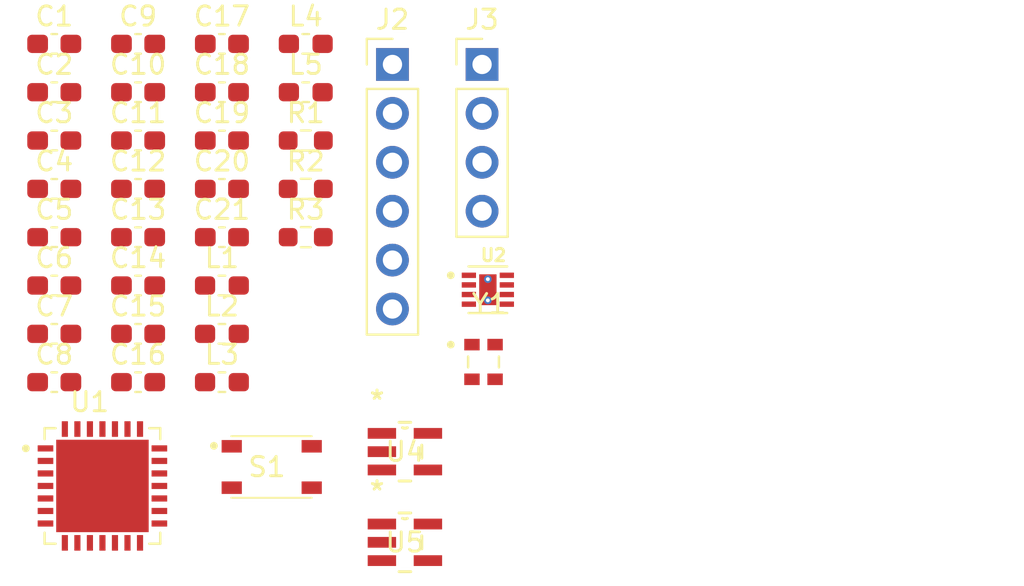
<source format=kicad_pcb>
(kicad_pcb (version 20221018) (generator pcbnew)
  (layers (0 "F.Cu" signal) (31 "B.Cu" signal) (34 "B.Paste" user) (35 "F.Paste" user) (36 "B.SilkS" user "B.Silkscreen") (37 "F.SilkS" user "F.Silkscreen") (38 "B.Mask" user) (39 "F.Mask" user) (44 "Edge.Cuts" user))
  (net 0 "")
  (net 1 "+3.3V")
  (net 2 "GND")
  (net 3 "Net-(U1-VR_PA)")
  (net 4 "Net-(U1-VR_DIG)")
  (net 5 "Net-(U1-VR_ANA)")
  (net 6 "Net-(Y1-OUTPUT)")
  (net 7 "Net-(C8-Pad1)")
  (net 8 "Net-(U2-IN)")
  (net 9 "Net-(U2-OUT)")
  (net 10 "Net-(C10-Pad2)")
  (net 11 "Power_Amp_Out")
  (net 12 "Filter_input")
  (net 13 "Net-(IC1-J1)")
  (net 14 "Net-(C15-Pad1)")
  (net 15 "Net-(IC2-OUT)")
  (net 16 "Net-(IC1-J3)")
  (net 17 "Net-(C17-Pad1)")
  (net 18 "Net-(IC2-IN)")
  (net 19 "LNA_OUTPUT")
  (net 20 "/DIO0")
  (net 21 "/DIO1")
  (net 22 "/DIO2")
  (net 23 "/DIO3")
  (net 24 "/DIO4")
  (net 25 "/DIO5")
  (net 26 "Net-(J3-Pin_1)")
  (net 27 "Net-(J3-Pin_2)")
  (net 28 "Net-(J3-Pin_3)")
  (net 29 "Net-(J3-Pin_4)")
  (net 30 "Power_Amp_In")
  (net 31 "LNA_INPUT")
  (net 32 "Net-(U1-XTA)")
  (net 33 "Net-(U1-~{RESET})")
  (net 34 "Net-(D1-PadC)")
  (net 37 "Antenna_State")
  (net 40 "Net-(IC1-V2)")
  (net 42 "Net-(IC1-V1)")
  (footprint "SX1278:QFN65P600X600X100-29N" (layer "F.Cu") (at 93.4106 91.762399)
    (fp_text reference "U1" (at -0.665 -4.36) (layer "F.SilkS"))
    (fp_text value "SX1278")
    (fp_line (start -3 -3) (end -3 -2.43) (stroke (width 0.127)) (layer "F.SilkS"))
    (fp_line (start -3 -3) (end -2.43 -3) (stroke (width 0.127)) (layer "F.SilkS"))
    (fp_line (start -3 3) (end -3 2.43) (stroke (width 0.127)) (layer "F.SilkS"))
    (fp_line (start -3 3) (end -2.43 3) (stroke (width 0.127)) (layer "F.SilkS"))
    (fp_line (start 3 -3) (end 2.43 -3) (stroke (width 0.127)) (layer "F.SilkS"))
    (fp_line (start 3 -3) (end 3 -2.43) (stroke (width 0.127)) (layer "F.SilkS"))
    (fp_line (start 3 3) (end 2.43 3) (stroke (width 0.127)) (layer "F.SilkS"))
    (fp_line (start 3 3) (end 3 2.43) (stroke (width 0.127)) (layer "F.SilkS"))
    (fp_circle (center -3.975 -1.95) (end -3.875 -1.95) (stroke (width 0.2)) (fill none) (layer "F.SilkS"))
    (pad "0" smd rect (at 0 0) (size 4.8 4.8) (layers "F.Cu" "F.Mask"))
    (pad "1" smd roundrect (at -2.955 -1.95) (size 0.81 0.32) (layers "F.Cu" "F.Paste" "F.Mask") (roundrect_rratio 0.04) (net 19 "LNA_OUTPUT"))
    (pad "2" smd roundrect (at -2.955 -1.3) (size 0.81 0.32) (layers "F.Cu" "F.Paste" "F.Mask") (roundrect_rratio 0.04) (net 5 "Net-(U1-VR_ANA)"))
    (pad "3" smd roundrect (at -2.955 -0.65) (size 0.81 0.32) (layers "F.Cu" "F.Paste" "F.Mask") (roundrect_rratio 0.04) (net 1 "+3.3V"))
    (pad "4" smd roundrect (at -2.955 0) (size 0.81 0.32) (layers "F.Cu" "F.Paste" "F.Mask") (roundrect_rratio 0.04) (net 4 "Net-(U1-VR_DIG)"))
    (pad "5" smd roundrect (at -2.955 0.65) (size 0.81 0.32) (layers "F.Cu" "F.Paste" "F.Mask") (roundrect_rratio 0.04) (net 32 "Net-(U1-XTA)"))
    (pad "6" smd roundrect (at -2.955 1.3) (size 0.81 0.32) (layers "F.Cu" "F.Paste" "F.Mask") (roundrect_rratio 0.04))
    (pad "7" smd roundrect (at -2.955 1.95) (size 0.81 0.32) (layers "F.Cu" "F.Paste" "F.Mask") (roundrect_rratio 0.04) (net 33 "Net-(U1-~{RESET})"))
    (pad "8" smd roundrect (at -1.95 2.955 90) (size 0.81 0.32) (layers "F.Cu" "F.Paste" "F.Mask") (roundrect_rratio 0.04) (net 20 "/DIO0"))
    (pad "9" smd roundrect (at -1.3 2.955 90) (size 0.81 0.32) (layers "F.Cu" "F.Paste" "F.Mask") (roundrect_rratio 0.04) (net 21 "/DIO1"))
    (pad "10" smd roundrect (at -0.65 2.955 90) (size 0.81 0.32) (layers "F.Cu" "F.Paste" "F.Mask") (roundrect_rratio 0.04) (net 22 "/DIO2"))
    (pad "11" smd roundrect (at 0 2.955 90) (size 0.81 0.32) (layers "F.Cu" "F.Paste" "F.Mask") (roundrect_rratio 0.04) (net 23 "/DIO3"))
    (pad "12" smd roundrect (at 0.65 2.955 90) (size 0.81 0.32) (layers "F.Cu" "F.Paste" "F.Mask") (roundrect_rratio 0.04) (net 24 "/DIO4"))
    (pad "13" smd roundrect (at 1.3 2.955 90) (size 0.81 0.32) (layers "F.Cu" "F.Paste" "F.Mask") (roundrect_rratio 0.04) (net 25 "/DIO5"))
    (pad "14" smd roundrect (at 1.95 2.955 90) (size 0.81 0.32) (layers "F.Cu" "F.Paste" "F.Mask") (roundrect_rratio 0.04) (net 1 "+3.3V"))
    (pad "15" smd roundrect (at 2.955 1.95) (size 0.81 0.32) (layers "F.Cu" "F.Paste" "F.Mask") (roundrect_rratio 0.04) (net 2 "GND"))
    (pad "16" smd roundrect (at 2.955 1.3) (size 0.81 0.32) (layers "F.Cu" "F.Paste" "F.Mask") (roundrect_rratio 0.04) (net 29 "Net-(J3-Pin_4)"))
    (pad "17" smd roundrect (at 2.955 0.65) (size 0.81 0.32) (layers "F.Cu" "F.Paste" "F.Mask") (roundrect_rratio 0.04) (net 28 "Net-(J3-Pin_3)"))
    (pad "18" smd roundrect (at 2.955 0) (size 0.81 0.32) (layers "F.Cu" "F.Paste" "F.Mask") (roundrect_rratio 0.04) (net 27 "Net-(J3-Pin_2)"))
    (pad "19" smd roundrect (at 2.955 -0.65) (size 0.81 0.32) (layers "F.Cu" "F.Paste" "F.Mask") (roundrect_rratio 0.04) (net 26 "Net-(J3-Pin_1)"))
    (pad "20" smd roundrect (at 2.955 -1.3) (size 0.81 0.32) (layers "F.Cu" "F.Paste" "F.Mask") (roundrect_rratio 0.04) (net 37 "Antenna_State"))
    (pad "21" smd roundrect (at 2.955 -1.95) (size 0.81 0.32) (layers "F.Cu" "F.Paste" "F.Mask") (roundrect_rratio 0.04) (net 2 "GND"))
    (pad "22" smd roundrect (at 1.95 -2.955 90) (size 0.81 0.32) (layers "F.Cu" "F.Paste" "F.Mask") (roundrect_rratio 0.04) (net 2 "GND"))
    (pad "23" smd roundrect (at 1.3 -2.955 90) (size 0.81 0.32) (layers "F.Cu" "F.Paste" "F.Mask") (roundrect_rratio 0.04) (net 2 "GND"))
    (pad "24" smd roundrect (at 0.65 -2.955 90) (size 0.81 0.32) (layers "F.Cu" "F.Paste" "F.Mask") (roundrect_rratio 0.04) (net 1 "+3.3V"))
    (pad "25" smd roundrect (at 0 -2.955 90) (size 0.81 0.32) (layers "F.Cu" "F.Paste" "F.Mask") (roundrect_rratio 0.04) (net 3 "Net-(U1-VR_PA)"))
    (pad "26" smd roundrect (at -0.65 -2.955 90) (size 0.81 0.32) (layers "F.Cu" "F.Paste" "F.Mask") (roundrect_rratio 0.04) (net 2 "GND"))
    (pad "27" smd roundrect (at -1.3 -2.955 90) (size 0.81 0.32) (layers "F.Cu" "F.Paste" "F.Mask") (roundrect_rratio 0.04))
    (pad "28" smd roundrect (at -1.95 -2.955 90) (size 0.81 0.32) (layers "F.Cu" "F.Paste" "F.Mask") (roundrect_rratio 0.04) (net 30 "Power_Amp_In"))
  )
  (footprint "Capacitor_SMD:C_0603_1608Metric_Pad1.08x0.95mm_HandSolder" (layer "F.Cu") (at 95.2606 71.312399)
    (fp_text reference "C10" (at 0 -1.43) (layer "F.SilkS"))
    (fp_text value "1 nF")
    (fp_line (start -0.146267 -0.51) (end 0.146267 -0.51) (stroke (width 0.12)) (layer "F.SilkS"))
    (fp_line (start -0.146267 0.51) (end 0.146267 0.51) (stroke (width 0.12)) (layer "F.SilkS"))
    (pad "1" smd roundrect (at -0.8625 0) (size 1.075 0.95) (layers "F.Cu" "F.Paste" "F.Mask") (net 9 "Net-(U2-OUT)"))
    (pad "2" smd roundrect (at 0.8625 0) (size 1.075 0.95) (layers "F.Cu" "F.Paste" "F.Mask") (net 10 "Net-(C10-Pad2)"))
  )
  (footprint "Capacitor_SMD:C_0603_1608Metric_Pad1.08x0.95mm_HandSolder" (layer "F.Cu") (at 90.9106 78.842399)
    (fp_text reference "C5" (at 0 -1.43) (layer "F.SilkS"))
    (fp_text value "100 nF")
    (fp_line (start -0.146267 -0.51) (end 0.146267 -0.51) (stroke (width 0.12)) (layer "F.SilkS"))
    (fp_line (start -0.146267 0.51) (end 0.146267 0.51) (stroke (width 0.12)) (layer "F.SilkS"))
    (pad "1" smd roundrect (at -0.8625 0) (size 1.075 0.95) (layers "F.Cu" "F.Paste" "F.Mask") (net 4 "Net-(U1-VR_DIG)"))
    (pad "2" smd roundrect (at 0.8625 0) (size 1.075 0.95) (layers "F.Cu" "F.Paste" "F.Mask") (net 2 "GND"))
  )
  (footprint "Capacitor_SMD:C_0603_1608Metric_Pad1.08x0.95mm_HandSolder" (layer "F.Cu") (at 95.2606 83.862399)
    (fp_text reference "C15" (at 0 -1.43) (layer "F.SilkS"))
    (fp_text value "100 pF")
    (fp_line (start -0.146267 -0.51) (end 0.146267 -0.51) (stroke (width 0.12)) (layer "F.SilkS"))
    (fp_line (start -0.146267 0.51) (end 0.146267 0.51) (stroke (width 0.12)) (layer "F.SilkS"))
    (pad "1" smd roundrect (at -0.8625 0) (size 1.075 0.95) (layers "F.Cu" "F.Paste" "F.Mask") (net 14 "Net-(C15-Pad1)"))
    (pad "2" smd roundrect (at 0.8625 0) (size 1.075 0.95) (layers "F.Cu" "F.Paste" "F.Mask") (net 15 "Net-(IC2-OUT)"))
  )
  (footprint "Inverter:DBV5" (layer "F.Cu") (at 109.1062 89.981599)
    (fp_text reference "U4" (at 0 0 unlocked) (layer "F.SilkS"))
    (fp_text value "SN74AHC1G14DBVR")
    (fp_text user "*" (at -1.4478 -2.6518 unlocked) (layer "F.SilkS"))
    (fp_text user "*" (at -1.4478 -2.6518) (layer "F.SilkS"))
    (fp_line (start -0.302516 1.524) (end 0.302516 1.524) (stroke (width 0.1524)) (layer "F.SilkS"))
    (fp_line (start 0.302516 -1.524) (end -0.302516 -1.524) (stroke (width 0.1524)) (layer "F.SilkS"))
    (fp_line (start 0.8763 0.337861) (end 0.8763 -0.337861) (stroke (width 0.1524)) (layer "F.SilkS"))
    (fp_arc (start 0.124872 -1.245953) (mid 0 -1.2192) (end -0.124872 -1.245953) (stroke (width 0.1524)) (layer "F.SilkS"))
    (pad "1" smd rect (at -1.1938 -0.950001) (size 1.4732 0.5588) (layers "F.Cu" "F.Paste" "F.Mask"))
    (pad "2" smd rect (at -1.1938 0) (size 1.4732 0.5588) (layers "F.Cu" "F.Paste" "F.Mask") (net 37 "Antenna_State"))
    (pad "3" smd rect (at -1.1938 0.950001) (size 1.4732 0.5588) (layers "F.Cu" "F.Paste" "F.Mask") (net 2 "GND"))
    (pad "4" smd rect (at 1.1938 0.950001) (size 1.4732 0.5588) (layers "F.Cu" "F.Paste" "F.Mask") (net 40 "Net-(IC1-V2)"))
    (pad "5" smd rect (at 1.1938 -0.950001) (size 1.4732 0.5588) (layers "F.Cu" "F.Paste" "F.Mask") (net 1 "+3.3V"))
  )
  (footprint "Capacitor_SMD:C_0603_1608Metric_Pad1.08x0.95mm_HandSolder" (layer "F.Cu") (at 95.2606 78.842399)
    (fp_text reference "C13" (at 0 -1.43) (layer "F.SilkS"))
    (fp_text value "1 uF")
    (fp_line (start -0.146267 -0.51) (end 0.146267 -0.51) (stroke (width 0.12)) (layer "F.SilkS"))
    (fp_line (start -0.146267 0.51) (end 0.146267 0.51) (stroke (width 0.12)) (layer "F.SilkS"))
    (pad "1" smd roundrect (at -0.8625 0) (size 1.075 0.95) (layers "F.Cu" "F.Paste" "F.Mask") (net 2 "GND"))
    (pad "2" smd roundrect (at 0.8625 0) (size 1.075 0.95) (layers "F.Cu" "F.Paste" "F.Mask") (net 1 "+3.3V"))
  )
  (footprint "Capacitor_SMD:C_0603_1608Metric_Pad1.08x0.95mm_HandSolder" (layer "F.Cu") (at 90.9106 83.862399)
    (fp_text reference "C7" (at 0 -1.43) (layer "F.SilkS"))
    (fp_text value "10 pF")
    (fp_line (start -0.146267 -0.51) (end 0.146267 -0.51) (stroke (width 0.12)) (layer "F.SilkS"))
    (fp_line (start -0.146267 0.51) (end 0.146267 0.51) (stroke (width 0.12)) (layer "F.SilkS"))
    (pad "1" smd roundrect (at -0.8625 0) (size 1.075 0.95) (layers "F.Cu" "F.Paste" "F.Mask") (net 6 "Net-(Y1-OUTPUT)"))
    (pad "2" smd roundrect (at 0.8625 0) (size 1.075 0.95) (layers "F.Cu" "F.Paste" "F.Mask") (net 2 "GND"))
  )
  (footprint "Inductor_SMD:L_0603_1608Metric_Pad1.05x0.95mm_HandSolder" (layer "F.Cu") (at 99.6106 86.372399)
    (fp_text reference "L3" (at 0 -1.43) (layer "F.SilkS"))
    (fp_text value "100 nH")
    (fp_line (start -0.171267 -0.51) (end 0.171267 -0.51) (stroke (width 0.12)) (layer "F.SilkS"))
    (fp_line (start -0.171267 0.51) (end 0.171267 0.51) (stroke (width 0.12)) (layer "F.SilkS"))
    (pad "1" smd roundrect (at -0.875 0) (size 1.05 0.95) (layers "F.Cu" "F.Paste" "F.Mask") (net 1 "+3.3V"))
    (pad "2" smd roundrect (at 0.875 0) (size 1.05 0.95) (layers "F.Cu" "F.Paste" "F.Mask") (net 9 "Net-(U2-OUT)"))
  )
  (footprint "Connector_PinHeader_2.54mm:PinHeader_1x06_P2.54mm_Vertical" (layer "F.Cu") (at 108.4606 69.872399)
    (fp_text reference "J2" (at 0 -2.33) (layer "F.SilkS"))
    (fp_text value "Conn_01x06_Pin")
    (fp_line (start -1.33 -1.33) (end 0 -1.33) (stroke (width 0.12)) (layer "F.SilkS"))
    (fp_line (start -1.33 0) (end -1.33 -1.33) (stroke (width 0.12)) (layer "F.SilkS"))
    (fp_line (start -1.33 1.27) (end -1.33 14.03) (stroke (width 0.12)) (layer "F.SilkS"))
    (fp_line (start -1.33 1.27) (end 1.33 1.27) (stroke (width 0.12)) (layer "F.SilkS"))
    (fp_line (start -1.33 14.03) (end 1.33 14.03) (stroke (width 0.12)) (layer "F.SilkS"))
    (fp_line (start 1.33 1.27) (end 1.33 14.03) (stroke (width 0.12)) (layer "F.SilkS"))
    (pad "1" thru_hole rect (at 0 0) (size 1.7 1.7) (drill 1) (layers "*.Cu" "*.Mask") (net 20 "/DIO0"))
    (pad "2" thru_hole oval (at 0 2.54) (size 1.7 1.7) (drill 1) (layers "*.Cu" "*.Mask") (net 21 "/DIO1"))
    (pad "3" thru_hole oval (at 0 5.08) (size 1.7 1.7) (drill 1) (layers "*.Cu" "*.Mask") (net 22 "/DIO2"))
    (pad "4" thru_hole oval (at 0 7.62) (size 1.7 1.7) (drill 1) (layers "*.Cu" "*.Mask") (net 23 "/DIO3"))
    (pad "5" thru_hole oval (at 0 10.16) (size 1.7 1.7) (drill 1) (layers "*.Cu" "*.Mask") (net 24 "/DIO4"))
    (pad "6" thru_hole oval (at 0 12.7) (size 1.7 1.7) (drill 1) (layers "*.Cu" "*.Mask") (net 25 "/DIO5"))
  )
  (footprint "Resistor_SMD:R_0603_1608Metric_Pad0.98x0.95mm_HandSolder" (layer "F.Cu") (at 103.9606 73.822399)
    (fp_text reference "R1" (at 0 -1.43) (layer "F.SilkS"))
    (fp_text value "9.9k")
    (fp_line (start -0.254724 -0.5225) (end 0.254724 -0.5225) (stroke (width 0.12)) (layer "F.SilkS"))
    (fp_line (start -0.254724 0.5225) (end 0.254724 0.5225) (stroke (width 0.12)) (layer "F.SilkS"))
    (pad "1" smd roundrect (at -0.9125 0) (size 0.975 0.95) (layers "F.Cu" "F.Paste" "F.Mask") (net 6 "Net-(Y1-OUTPUT)"))
    (pad "2" smd roundrect (at 0.9125 0) (size 0.975 0.95) (layers "F.Cu" "F.Paste" "F.Mask") (net 32 "Net-(U1-XTA)"))
  )
  (footprint "Resistor_SMD:R_0603_1608Metric_Pad0.98x0.95mm_HandSolder" (layer "F.Cu") (at 103.9606 76.332399)
    (fp_text reference "R2" (at 0 -1.43) (layer "F.SilkS"))
    (fp_text value "4.7k")
    (fp_line (start -0.254724 -0.5225) (end 0.254724 -0.5225) (stroke (width 0.12)) (layer "F.SilkS"))
    (fp_line (start -0.254724 0.5225) (end 0.254724 0.5225) (stroke (width 0.12)) (layer "F.SilkS"))
    (pad "1" smd roundrect (at -0.9125 0) (size 0.975 0.95) (layers "F.Cu" "F.Paste" "F.Mask") (net 1 "+3.3V"))
    (pad "2" smd roundrect (at 0.9125 0) (size 0.975 0.95) (layers "F.Cu" "F.Paste" "F.Mask") (net 33 "Net-(U1-~{RESET})"))
  )
  (footprint "Capacitor_SMD:C_0603_1608Metric_Pad1.08x0.95mm_HandSolder" (layer "F.Cu") (at 95.2606 86.372399)
    (fp_text reference "C16" (at 0 -1.43) (layer "F.SilkS"))
    (fp_text value "100 pF")
    (fp_line (start -0.146267 -0.51) (end 0.146267 -0.51) (stroke (width 0.12)) (layer "F.SilkS"))
    (fp_line (start -0.146267 0.51) (end 0.146267 0.51) (stroke (width 0.12)) (layer "F.SilkS"))
    (pad "1" smd roundrect (at -0.8625 0) (size 1.075 0.95) (layers "F.Cu" "F.Paste" "F.Mask") (net 11 "Power_Amp_Out"))
    (pad "2" smd roundrect (at 0.8625 0) (size 1.075 0.95) (layers "F.Cu" "F.Paste" "F.Mask") (net 16 "Net-(IC1-J3)"))
  )
  (footprint "Inductor_SMD:L_0603_1608Metric_Pad1.05x0.95mm_HandSolder" (layer "F.Cu") (at 103.9606 68.802399)
    (fp_text reference "L4" (at 0 -1.43) (layer "F.SilkS"))
    (fp_text value "25 nH")
    (fp_line (start -0.171267 -0.51) (end 0.171267 -0.51) (stroke (width 0.12)) (layer "F.SilkS"))
    (fp_line (start -0.171267 0.51) (end 0.171267 0.51) (stroke (width 0.12)) (layer "F.SilkS"))
    (pad "1" smd roundrect (at -0.875 0) (size 1.05 0.95) (layers "F.Cu" "F.Paste" "F.Mask") (net 31 "LNA_INPUT"))
    (pad "2" smd roundrect (at 0.875 0) (size 1.05 0.95) (layers "F.Cu" "F.Paste" "F.Mask") (net 17 "Net-(C17-Pad1)"))
  )
  (footprint "Capacitor_SMD:C_0603_1608Metric_Pad1.08x0.95mm_HandSolder" (layer "F.Cu") (at 90.9106 86.372399)
    (fp_text reference "C8" (at 0 -1.43) (layer "F.SilkS"))
    (fp_text value "860 fF")
    (fp_line (start -0.146267 -0.51) (end 0.146267 -0.51) (stroke (width 0.12)) (layer "F.SilkS"))
    (fp_line (start -0.146267 0.51) (end 0.146267 0.51) (stroke (width 0.12)) (layer "F.SilkS"))
    (pad "1" smd roundrect (at -0.8625 0) (size 1.075 0.95) (layers "F.Cu" "F.Paste" "F.Mask") (net 7 "Net-(C8-Pad1)"))
    (pad "2" smd roundrect (at 0.8625 0) (size 1.075 0.95) (layers "F.Cu" "F.Paste" "F.Mask") (net 2 "GND"))
  )
  (footprint "Capacitor_SMD:C_0603_1608Metric_Pad1.08x0.95mm_HandSolder" (layer "F.Cu") (at 99.6106 78.842399)
    (fp_text reference "C21" (at 0 -1.43) (layer "F.SilkS"))
    (fp_text value "100 pF")
    (fp_line (start -0.146267 -0.51) (end 0.146267 -0.51) (stroke (width 0.12)) (layer "F.SilkS"))
    (fp_line (start -0.146267 0.51) (end 0.146267 0.51) (stroke (width 0.12)) (layer "F.SilkS"))
    (pad "1" smd roundrect (at -0.8625 0) (size 1.075 0.95) (layers "F.Cu" "F.Paste" "F.Mask") (net 1 "+3.3V"))
    (pad "2" smd roundrect (at 0.8625 0) (size 1.075 0.95) (layers "F.Cu" "F.Paste" "F.Mask") (net 2 "GND"))
  )
  (footprint "Inductor_SMD:L_0603_1608Metric_Pad1.05x0.95mm_HandSolder" (layer "F.Cu") (at 99.6106 81.352399)
    (fp_text reference "L1" (at 0 -1.43) (layer "F.SilkS"))
    (fp_text value "11.515 nH")
    (fp_line (start -0.171267 -0.51) (end 0.171267 -0.51) (stroke (width 0.12)) (layer "F.SilkS"))
    (fp_line (start -0.171267 0.51) (end 0.171267 0.51) (stroke (width 0.12)) (layer "F.SilkS"))
    (pad "1" smd roundrect (at -0.875 0) (size 1.05 0.95) (layers "F.Cu" "F.Paste" "F.Mask") (net 10 "Net-(C10-Pad2)"))
    (pad "2" smd roundrect (at 0.875 0) (size 1.05 0.95) (layers "F.Cu" "F.Paste" "F.Mask") (net 11 "Power_Amp_Out"))
  )
  (footprint "Capacitor_SMD:C_0603_1608Metric_Pad1.08x0.95mm_HandSolder" (layer "F.Cu") (at 95.2606 73.822399)
    (fp_text reference "C11" (at 0 -1.43) (layer "F.SilkS"))
    (fp_text value "4.635 pF")
    (fp_line (start -0.146267 -0.51) (end 0.146267 -0.51) (stroke (width 0.12)) (layer "F.SilkS"))
    (fp_line (start -0.146267 0.51) (end 0.146267 0.51) (stroke (width 0.12)) (layer "F.SilkS"))
    (pad "1" smd roundrect (at -0.8625 0) (size 1.075 0.95) (layers "F.Cu" "F.Paste" "F.Mask") (net 11 "Power_Amp_Out"))
    (pad "2" smd roundrect (at 0.8625 0) (size 1.075 0.95) (layers "F.Cu" "F.Paste" "F.Mask") (net 2 "GND"))
  )
  (footprint "Capacitor_SMD:C_0603_1608Metric_Pad1.08x0.95mm_HandSolder" (layer "F.Cu") (at 99.6106 76.332399)
    (fp_text reference "C20" (at 0 -1.43) (layer "F.SilkS"))
    (fp_text value "10 nF")
    (fp_line (start -0.146267 -0.51) (end 0.146267 -0.51) (stroke (width 0.12)) (layer "F.SilkS"))
    (fp_line (start -0.146267 0.51) (end 0.146267 0.51) (stroke (width 0.12)) (layer "F.SilkS"))
    (pad "1" smd roundrect (at -0.8625 0) (size 1.075 0.95) (layers "F.Cu" "F.Paste" "F.Mask") (net 1 "+3.3V"))
    (pad "2" smd roundrect (at 0.8625 0) (size 1.075 0.95) (layers "F.Cu" "F.Paste" "F.Mask") (net 2 "GND"))
  )
  (footprint "Inductor_SMD:L_0603_1608Metric_Pad1.05x0.95mm_HandSolder" (layer "F.Cu") (at 99.6106 83.862399)
    (fp_text reference "L2" (at 0 -1.43) (layer "F.SilkS"))
    (fp_text value "7.34 nH")
    (fp_line (start -0.171267 -0.51) (end 0.171267 -0.51) (stroke (width 0.12)) (layer "F.SilkS"))
    (fp_line (start -0.171267 0.51) (end 0.171267 0.51) (stroke (width 0.12)) (layer "F.SilkS"))
    (pad "1" smd roundrect (at -0.875 0) (size 1.05 0.95) (layers "F.Cu" "F.Paste" "F.Mask") (net 30 "Power_Amp_In"))
    (pad "2" smd roundrect (at 0.875 0) (size 1.05 0.95) (layers "F.Cu" "F.Paste" "F.Mask") (net 7 "Net-(C8-Pad1)"))
  )
  (footprint "Capacitor_SMD:C_0603_1608Metric_Pad1.08x0.95mm_HandSolder" (layer "F.Cu") (at 90.9106 81.352399)
    (fp_text reference "C6" (at 0 -1.43) (layer "F.SilkS"))
    (fp_text value "100 nF")
    (fp_line (start -0.146267 -0.51) (end 0.146267 -0.51) (stroke (width 0.12)) (layer "F.SilkS"))
    (fp_line (start -0.146267 0.51) (end 0.146267 0.51) (stroke (width 0.12)) (layer "F.SilkS"))
    (pad "1" smd roundrect (at -0.8625 0) (size 1.075 0.95) (layers "F.Cu" "F.Paste" "F.Mask") (net 5 "Net-(U1-VR_ANA)"))
    (pad "2" smd roundrect (at 0.8625 0) (size 1.075 0.95) (layers "F.Cu" "F.Paste" "F.Mask") (net 2 "GND"))
  )
  (footprint "Capacitor_SMD:C_0603_1608Metric_Pad1.08x0.95mm_HandSolder" (layer "F.Cu") (at 90.9106 71.312399)
    (fp_text reference "C2" (at 0 -1.43) (layer "F.SilkS"))
    (fp_text value "100 nF")
    (fp_line (start -0.146267 -0.51) (end 0.146267 -0.51) (stroke (width 0.12)) (layer "F.SilkS"))
    (fp_line (start -0.146267 0.51) (end 0.146267 0.51) (stroke (width 0.12)) (layer "F.SilkS"))
    (pad "1" smd roundrect (at -0.8625 0) (size 1.075 0.95) (layers "F.Cu" "F.Paste" "F.Mask") (net 1 "+3.3V"))
    (pad "2" smd roundrect (at 0.8625 0) (size 1.075 0.95) (layers "F.Cu" "F.Paste" "F.Mask") (net 2 "GND"))
  )
  (footprint "Capacitor_SMD:C_0603_1608Metric_Pad1.08x0.95mm_HandSolder" (layer "F.Cu") (at 90.9106 68.802399)
    (fp_text reference "C1" (at 0 -1.43) (layer "F.SilkS"))
    (fp_text value "1 uF")
    (fp_line (start -0.146267 -0.51) (end 0.146267 -0.51) (stroke (width 0.12)) (layer "F.SilkS"))
    (fp_line (start -0.146267 0.51) (end 0.146267 0.51) (stroke (width 0.12)) (layer "F.SilkS"))
    (pad "1" smd roundrect (at -0.8625 0) (size 1.075 0.95) (layers "F.Cu" "F.Paste" "F.Mask") (net 1 "+3.3V"))
    (pad "2" smd roundrect (at 0.8625 0) (size 1.075 0.95) (layers "F.Cu" "F.Paste" "F.Mask") (net 2 "GND"))
  )
  (footprint "Capacitor_SMD:C_0603_1608Metric_Pad1.08x0.95mm_HandSolder" (layer "F.Cu") (at 90.9106 73.822399)
    (fp_text reference "C3" (at 0 -1.43) (layer "F.SilkS"))
    (fp_text value "4.7 uF")
    (fp_line (start -0.146267 -0.51) (end 0.146267 -0.51) (stroke (width 0.12)) (layer "F.SilkS"))
    (fp_line (start -0.146267 0.51) (end 0.146267 0.51) (stroke (width 0.12)) (layer "F.SilkS"))
    (pad "1" smd roundrect (at -0.8625 0) (size 1.075 0.95) (layers "F.Cu" "F.Paste" "F.Mask") (net 1 "+3.3V"))
    (pad "2" smd roundrect (at 0.8625 0) (size 1.075 0.95) (layers "F.Cu" "F.Paste" "F.Mask") (net 2 "GND"))
  )
  (footprint "Capacitor_SMD:C_0603_1608Metric_Pad1.08x0.95mm_HandSolder" (layer "F.Cu") (at 90.9106 76.332399)
    (fp_text reference "C4" (at 0 -1.43) (layer "F.SilkS"))
    (fp_text value "100 nF")
    (fp_line (start -0.146267 -0.51) (end 0.146267 -0.51) (stroke (width 0.12)) (layer "F.SilkS"))
    (fp_line (start -0.146267 0.51) (end 0.146267 0.51) (stroke (width 0.12)) (layer "F.SilkS"))
    (pad "1" smd roundrect (at -0.8625 0) (size 1.075 0.95) (layers "F.Cu" "F.Paste" "F.Mask") (net 3 "Net-(U1-VR_PA)"))
    (pad "2" smd roundrect (at 0.8625 0) (size 1.075 0.95) (layers "F.Cu" "F.Paste" "F.Mask") (net 2 "GND"))
  )
  (footprint "32 MHz Clock:XTAL_ASTX-13-D-32.000MHz-I05-T" (layer "F.Cu") (at 113.1856 85.322399)
    (fp_text reference "Y1" (at 0.305 -3.012) (layer "F.SilkS"))
    (fp_text value "ASTX-13-D-32.000MHz-I05-T")
    (fp_line (start -0.8 0.28) (end -0.8 -0.28) (stroke (width 0.127)) (layer "F.SilkS"))
    (fp_line (start 0.8 0.28) (end 0.8 -0.28) (stroke (width 0.127)) (layer "F.SilkS"))
    (fp_circle (center -1.7 -0.9) (end -1.6 -0.9) (stroke (width 0.2)) (fill none) (layer "F.SilkS"))
    (pad "1" smd rect (at -0.6 -0.9) (size 0.8 0.6) (layers "F.Cu" "F.Paste" "F.Mask") (net 2 "GND"))
    (pad "2" smd rect (at -0.6 0.9) (size 0.8 0.6) (layers "F.Cu" "F.Paste" "F.Mask") (net 2 "GND"))
    (pad "3" smd rect (at 0.6 0.9) (size 0.8 0.6) (layers "F.Cu" "F.Paste" "F.Mask") (net 6 "Net-(Y1-OUTPUT)"))
    (pad "4" smd rect (at 0.6 -0.9) (size 0.8 0.6) (layers "F.Cu" "F.Paste" "F.Mask") (net 1 "+3.3V"))
  )
  (footprint "Capacitor_SMD:C_0603_1608Metric_Pad1.08x0.95mm_HandSolder" (layer "F.Cu") (at 99.6106 73.822399)
    (fp_text reference "C19" (at 0 -1.43) (layer "F.SilkS"))
    (fp_text value "2 pF")
    (fp_line (start -0.146267 -0.51) (end 0.146267 -0.51) (stroke (width 0.12)) (layer "F.SilkS"))
    (fp_line (start -0.146267 0.51) (end 0.146267 0.51) (stroke (width 0.12)) (layer "F.SilkS"))
    (pad "1" smd roundrect (at -0.8625 0) (size 1.075 0.95) (layers "F.Cu" "F.Paste" "F.Mask") (net 14 "Net-(C15-Pad1)"))
    (pad "2" smd roundrect (at 0.8625 0) (size 1.075 0.95) (layers "F.Cu" "F.Paste" "F.Mask") (net 19 "LNA_OUTPUT"))
  )
  (footprint "TI Power AMp:SON50P200X200X80-9N" (layer "F.Cu") (at 113.4106 81.572399)
    (fp_text reference "U2" (at 0.292 -1.7934) (layer "F.SilkS") (effects (font (size 0.64 0.64))))
    (fp_text value "TRF37D73IDSGT")
    (fp_line (start -1 -1.21) (end 1 -1.21) (stroke (width 0.127)) (layer "F.SilkS"))
    (fp_line (start -1 1.21) (end 1 1.21) (stroke (width 0.127)) (layer "F.SilkS"))
    (fp_circle (center -1.925 -0.75) (end -1.825 -0.75) (stroke (width 0.2)) (fill none) (layer "F.SilkS"))
    (pad "1" smd roundrect (at -0.985 -0.75) (size 0.74 0.28) (layers "F.Cu" "F.Paste" "F.Mask") (roundrect_rratio 0.04) (net 1 "+3.3V"))
    (pad "2" smd roundrect (at -0.985 -0.25) (size 0.74 0.28) (layers "F.Cu" "F.Paste" "F.Mask") (roundrect_rratio 0.04) (net 8 "Net-(U2-IN)"))
    (pad "3" smd roundrect (at -0.985 0.25) (size 0.74 0.28) (layers "F.Cu" "F.Paste" "F.Mask") (roundrect_rratio 0.04) (net 2 "GND"))
    (pad "4" smd roundrect (at -0.985 0.75) (size 0.74 0.28) (layers "F.Cu" "F.Paste" "F.Mask") (roundrect_rratio 0.04) (net 2 "GND"))
    (pad "5" smd roundrect (at 0.985 0.75) (size 0.74 0.28) (layers "F.Cu" "F.Paste" "F.Mask") (roundrect_rratio 0.04))
    (pad "6" smd roundrect (at 0.985 0.25) (size 0.74 0.28) (layers "F.Cu" "F.Paste" "F.Mask") (roundrect_rratio 0.04) (net 2 "GND"))
    (pad "7" smd roundrect (at 0.985 -0.25) (size 0.74 0.28) (layers "F.Cu" "F.Paste" "F.Mask") (roundrect_rratio 0.04) (net 9 "Net-(U2-OUT)"))
    (pad "8" smd roundrect (at 0.985 -0.75) (size 0.74 0.28) (layers "F.Cu" "F.Paste" "F.Mask") (roundrect_rratio 0.04) (net 2 "GND"))
    (pad "9" smd rect (at 0 0) (size 0.9 1.6) (layers "F.Cu" "F.Mask"))
    (pad "9_1" thru_hole circle (at 0 -0.55) (size 0.4 0.4) (drill 0.2) (layers "*.Cu"))
    (pad "9_2" thru_hole circle (at 0 0.55) (size 0.4 0.4) (drill 0.2) (layers "*.Cu"))
  )
  (footprint "Capacitor_SMD:C_0603_1608Metric_Pad1.08x0.95mm_HandSolder" (layer "F.Cu") (at 99.6106 68.802399)
    (fp_text reference "C17" (at 0 -1.43) (layer "F.SilkS"))
    (fp_text value "2 pF")
    (fp_line (start -0.146267 -0.51) (end 0.146267 -0.51) (stroke (width 0.12)) (layer "F.SilkS"))
    (fp_line (start -0.146267 0.51) (end 0.146267 0.51) (stroke (width 0.12)) (layer "F.SilkS"))
    (pad "1" smd roundrect (at -0.8625 0) (size 1.075 0.95) (layers "F.Cu" "F.Paste" "F.Mask") (net 17 "Net-(C17-Pad1)"))
    (pad "2" smd roundrect (at 0.8625 0) (size 1.075 0.95) (layers "F.Cu" "F.Paste" "F.Mask") (net 2 "GND"))
  )
  (footprint "Connector_PinHeader_2.54mm:PinHeader_1x04_P2.54mm_Vertical" (layer "F.Cu") (at 113.1106 69.872399)
    (fp_text reference "J3" (at 0 -2.33) (layer "F.SilkS"))
    (fp_text value "Conn_01x04_Pin")
    (fp_line (start -1.33 -1.33) (end 0 -1.33) (stroke (width 0.12)) (layer "F.SilkS"))
    (fp_line (start -1.33 0) (end -1.33 -1.33) (stroke (width 0.12)) (layer "F.SilkS"))
    (fp_line (start -1.33 1.27) (end -1.33 8.95) (stroke (width 0.12)) (layer "F.SilkS"))
    (fp_line (start -1.33 1.27) (end 1.33 1.27) (stroke (width 0.12)) (layer "F.SilkS"))
    (fp_line (start -1.33 8.95) (end 1.33 8.95) (stroke (width 0.12)) (layer "F.SilkS"))
    (fp_line (start 1.33 1.27) (end 1.33 8.95) (stroke (width 0.12)) (layer "F.SilkS"))
    (pad "1" thru_hole rect (at 0 0) (size 1.7 1.7) (drill 1) (layers "*.Cu" "*.Mask") (net 26 "Net-(J3-Pin_1)"))
    (pad "2" thru_hole oval (at 0 2.54) (size 1.7 1.7) (drill 1) (layers "*.Cu" "*.Mask") (net 27 "Net-(J3-Pin_2)"))
    (pad "3" thru_hole oval (at 0 5.08) (size 1.7 1.7) (drill 1) (layers "*.Cu" "*.Mask") (net 28 "Net-(J3-Pin_3)"))
    (pad "4" thru_hole oval (at 0 7.62) (size 1.7 1.7) (drill 1) (layers "*.Cu" "*.Mask") (net 29 "Net-(J3-Pin_4)"))
  )
  (footprint "Resistor_SMD:R_0603_1608Metric_Pad0.98x0.95mm_HandSolder" (layer "F.Cu") (at 103.9606 78.842399)
    (fp_text reference "R3" (at 0 -1.43) (layer "F.SilkS"))
    (fp_text value "1k")
    (fp_line (start -0.254724 -0.5225) (end 0.254724 -0.5225) (stroke (width 0.12)) (layer "F.SilkS"))
    (fp_line (start -0.254724 0.5225) (end 0.254724 0.5225) (stroke (width 0.12)) (layer "F.SilkS"))
    (pad "1" smd roundrect (at -0.9125 0) (size 0.975 0.95) (layers "F.Cu" "F.Paste" "F.Mask") (net 2 "GND"))
    (pad "2" smd roundrect (at 0.9125 0) (size 0.975 0.95) (layers "F.Cu" "F.Paste" "F.Mask") (net 34 "Net-(D1-PadC)"))
  )
  (footprint "Tactile Switch:PTS810SJG250SMTRLFS" (layer "F.Cu") (at 102.1956 90.777399)
    (fp_text reference "S1" (at -0.25 0) (layer "F.SilkS"))
    (fp_text value "PTS810SJK250SMTRLFS")
    (fp_line (start -2.1 -1.6) (end 2.075 -1.6) (stroke (width 0.1)) (layer "F.SilkS"))
    (fp_line (start -2.1 1.6) (end 2.075 1.6) (stroke (width 0.1)) (layer "F.SilkS"))
    (fp_arc (start -3 -1.2) (mid -2.9 -1.1) (end -3 -1) (stroke (width 0.2)) (layer "F.SilkS"))
    (fp_arc (start -3 -1) (mid -3.1 -1.1) (end -3 -1.2) (stroke (width 0.2)) (layer "F.SilkS"))
    (pad "1" smd rect (at -2.075 -1.075) (size 1.05 0.65) (layers "F.Cu" "F.Paste" "F.Mask") (net 33 "Net-(U1-~{RESET})"))
    (pad "2" smd rect (at 2.075 -1.075) (size 1.05 0.65) (layers "F.Cu" "F.Paste" "F.Mask") (net 33 "Net-(U1-~{RESET})"))
    (pad "3" smd rect (at -2.075 1.075) (size 1.05 0.65) (layers "F.Cu" "F.Paste" "F.Mask") (net 2 "GND"))
    (pad "4" smd rect (at 2.075 1.075) (size 1.05 0.65) (layers "F.Cu" "F.Paste" "F.Mask") (net 2 "GND"))
  )
  (footprint "Capacitor_SMD:C_0603_1608Metric_Pad1.08x0.95mm_HandSolder" (layer "F.Cu") (at 95.2606 68.802399)
    (fp_text reference "C9" (at 0 -1.43) (layer "F.SilkS"))
    (fp_text value "1 nF")
    (fp_line (start -0.146267 -0.51) (end 0.146267 -0.51) (stroke (width 0.12)) (layer "F.SilkS"))
    (fp_line (start -0.146267 0.51) (end 0.146267 0.51) (stroke (width 0.12)) (layer "F.SilkS"))
    (pad "1" smd roundrect (at -0.8625 0) (size 1.075 0.95) (layers "F.Cu" "F.Paste" "F.Mask") (net 7 "Net-(C8-Pad1)"))
    (pad "2" smd roundrect (at 0.8625 0) (size 1.075 0.95) (layers "F.Cu" "F.Paste" "F.Mask") (net 8 "Net-(U2-IN)"))
  )
  (footprint "Capacitor_SMD:C_0603_1608Metric_Pad1.08x0.95mm_HandSolder" (layer "F.Cu") (at 99.6106 71.312399)
    (fp_text reference "C18" (at 0 -1.43) (layer "F.SilkS"))
    (fp_text value "100 pF")
    (fp_line (start -0.146267 -0.51) (end 0.146267 -0.51) (stroke (width 0.12)) (layer "F.SilkS"))
    (fp_line (start -0.146267 0.51) (end 0.146267 0.51) (stroke (width 0.12)) (layer "F.SilkS"))
    (pad "1" smd roundrect (at -0.8625 0) (size 1.075 0.95) (layers "F.Cu" "F.Paste" "F.Mask") (net 18 "Net-(IC2-IN)"))
    (pad "2" smd roundrect (at 0.8625 0) (size 1.075 0.95) (layers "F.Cu" "F.Paste" "F.Mask") (net 17 "Net-(C17-Pad1)"))
  )
  (footprint "Capacitor_SMD:C_0603_1608Metric_Pad1.08x0.95mm_HandSolder" (layer "F.Cu") (at 95.2606 76.332399)
    (fp_text reference "C12" (at 0 -1.43) (layer "F.SilkS"))
    (fp_text value "1 uF")
    (fp_line (start -0.146267 -0.51) (end 0.146267 -0.51) (stroke (width 0.12)) (layer "F.SilkS"))
    (fp_line (start -0.146267 0.51) (end 0.146267 0.51) (stroke (width 0.12)) (layer "F.SilkS"))
    (pad "1" smd roundrect (at -0.8625 0) (size 1.075 0.95) (layers "F.Cu" "F.Paste" "F.Mask") (net 2 "GND"))
    (pad "2" smd roundrect (at 0.8625 0) (size 1.075 0.95) (layers "F.Cu" "F.Paste" "F.Mask") (net 1 "+3.3V"))
  )
  (footprint "Capacitor_SMD:C_0603_1608Metric_Pad1.08x0.95mm_HandSolder" (layer "F.Cu") (at 95.2606 81.352399)
    (fp_text reference "C14" (at 0 -1.43) (layer "F.SilkS"))
    (fp_text value "100 pF")
    (fp_line (start -0.146267 -0.51) (end 0.146267 -0.51) (stroke (width 0.12)) (layer "F.SilkS"))
    (fp_line (start -0.146267 0.51) (end 0.146267 0.51) (stroke (width 0.12)) (layer "F.SilkS"))
    (pad "1" smd roundrect (at -0.8625 0) (size 1.075 0.95) (layers "F.Cu" "F.Paste" "F.Mask") (net 12 "Filter_input"))
    (pad "2" smd roundrect (at 0.8625 0) (size 1.075 0.95) (layers "F.Cu" "F.Paste" "F.Mask") (net 13 "Net-(IC1-J1)"))
  )
  (footprint "Inverter:DBV5" (layer "F.Cu") (at 109.1062 94.689999)
    (fp_text reference "U5" (at 0 0 unlocked) (layer "F.SilkS"))
    (fp_text value "SN74AHC1G14DBVR")
    (fp_text user "*" (at -1.4478 -2.6518 unlocked) (layer "F.SilkS"))
    (fp_text user "*" (at -1.4478 -2.6518) (layer "F.SilkS"))
    (fp_line (start -0.302516 1.524) (end 0.302516 1.524) (stroke (width 0.1524)) (layer "F.SilkS"))
    (fp_line (start 0.302516 -1.524) (end -0.302516 -1.524) (stroke (width 0.1524)) (layer "F.SilkS"))
    (fp_line (start 0.8763 0.337861) (end 0.8763 -0.337861) (stroke (width 0.1524)) (layer "F.SilkS"))
    (fp_arc (start 0.124872 -1.245953) (mid 0 -1.2192) (end -0.124872 -1.245953) (stroke (width 0.1524)) (layer "F.SilkS"))
    (pad "1" smd rect (at -1.1938 -0.950001) (size 1.4732 0.5588) (layers "F.Cu" "F.Paste" "F.Mask"))
    (pad "2" smd rect (at -1.1938 0) (size 1.4732 0.5588) (layers "F.Cu" "F.Paste" "F.Mask") (net 40 "Net-(IC1-V2)"))
    (pad "3" smd rect (at -1.1938 0.950001) (size 1.4732 0.5588) (layers "F.Cu" "F.Paste" "F.Mask") (net 2 "GND"))
    (pad "4" smd rect (at 1.1938 0.950001) (size 1.4732 0.5588) (layers "F.Cu" "F.Paste" "F.Mask") (net 42 "Net-(IC1-V1)"))
    (pad "5" smd rect (at 1.1938 -0.950001) (size 1.4732 0.5588) (layers "F.Cu" "F.Paste" "F.Mask") (net 1 "+3.3V"))
  )
  (footprint "Inductor_SMD:L_0603_1608Metric_Pad1.05x0.95mm_HandSolder" (layer "F.Cu") (at 103.9606 71.312399)
    (fp_text reference "L5" (at 0 -1.43) (layer "F.SilkS"))
    (fp_text value "25 nH")
    (fp_line (start -0.171267 -0.51) (end 0.171267 -0.51) (stroke (width 0.12)) (layer "F.SilkS"))
    (fp_line (start -0.171267 0.51) (end 0.171267 0.51) (stroke (width 0.12)) (layer "F.SilkS"))
    (pad "1" smd roundrect (at -0.875 0) (size 1.05 0.95) (layers "F.Cu" "F.Paste" "F.Mask") (net 2 "GND"))
    (pad "2" smd roundrect (at 0.875 0) (size 1.05 0.95) (layers "F.Cu" "F.Paste" "F.Mask") (net 14 "Net-(C15-Pad1)"))
  )
)
</source>
